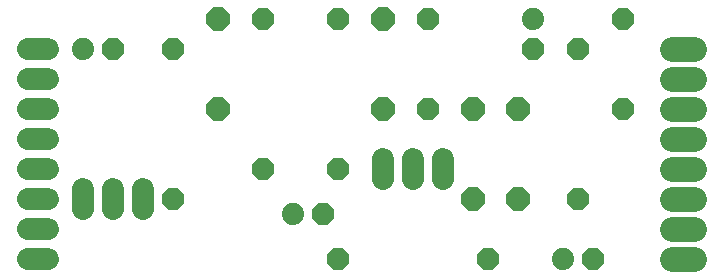
<source format=gbr>
G04 EAGLE Gerber X2 export*
G04 #@! %TF.Part,Single*
G04 #@! %TF.FileFunction,Soldermask,Bot,1*
G04 #@! %TF.FilePolarity,Negative*
G04 #@! %TF.GenerationSoftware,Autodesk,EAGLE,9.0.0*
G04 #@! %TF.CreationDate,2019-08-08T19:18:26Z*
G75*
%MOMM*%
%FSLAX34Y34*%
%LPD*%
%AMOC8*
5,1,8,0,0,1.08239X$1,22.5*%
G01*
%ADD10P,2.144431X8X292.500000*%
%ADD11P,2.034460X8X22.500000*%
%ADD12C,1.879600*%
%ADD13P,2.034460X8X292.500000*%
%ADD14P,2.034460X8X112.500000*%
%ADD15P,2.144431X8X112.500000*%
%ADD16C,1.879600*%
%ADD17C,2.082800*%


D10*
X63500Y215900D03*
X63500Y139700D03*
D11*
X-25400Y190500D03*
D12*
X-50800Y190500D03*
D13*
X25400Y190500D03*
X25400Y63500D03*
D14*
X101600Y88900D03*
X101600Y215900D03*
D11*
X152400Y50800D03*
D12*
X127000Y50800D03*
D11*
X165100Y12700D03*
X292100Y12700D03*
D14*
X165100Y88900D03*
X165100Y215900D03*
D11*
X381000Y12700D03*
D12*
X355600Y12700D03*
D10*
X203200Y215900D03*
X203200Y139700D03*
X279400Y139700D03*
X279400Y63500D03*
D15*
X317500Y63500D03*
X317500Y139700D03*
D13*
X330200Y190500D03*
D12*
X330200Y215900D03*
D14*
X368300Y63500D03*
X368300Y190500D03*
D16*
X0Y71882D02*
X0Y55118D01*
X-50800Y55118D02*
X-50800Y71882D01*
X-25400Y71882D02*
X-25400Y55118D01*
X203200Y80518D02*
X203200Y97282D01*
X254000Y97282D02*
X254000Y80518D01*
X228600Y80518D02*
X228600Y97282D01*
X-80518Y190500D02*
X-97282Y190500D01*
X-97282Y165100D02*
X-80518Y165100D01*
X-80518Y139700D02*
X-97282Y139700D01*
X-97282Y114300D02*
X-80518Y114300D01*
X-80518Y88900D02*
X-97282Y88900D01*
X-97282Y63500D02*
X-80518Y63500D01*
X-80518Y38100D02*
X-97282Y38100D01*
X-97282Y12700D02*
X-80518Y12700D01*
D17*
X447802Y12700D02*
X466598Y12700D01*
X466598Y38100D02*
X447802Y38100D01*
X447802Y63500D02*
X466598Y63500D01*
X466598Y88900D02*
X447802Y88900D01*
X447802Y114300D02*
X466598Y114300D01*
X466598Y139700D02*
X447802Y139700D01*
X447802Y165100D02*
X466598Y165100D01*
X466598Y190500D02*
X447802Y190500D01*
D13*
X241300Y215900D03*
X241300Y139700D03*
X406400Y215900D03*
X406400Y139700D03*
M02*

</source>
